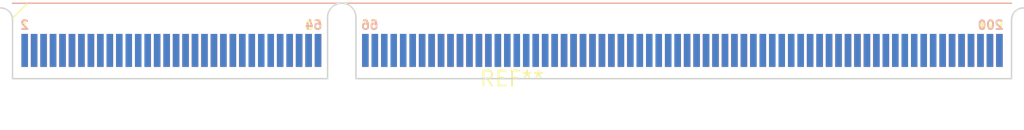
<source format=kicad_pcb>
(kicad_pcb (version 20240108) (generator pcbnew)
  (layers (0 "F.Cu" signal) (31 "B.Cu" signal) (34 "B.Paste" user) (35 "F.Paste" user) (36 "B.SilkS" user "B.Silkscreen") (37 "F.SilkS" user "F.Silkscreen") (38 "B.Mask" user) (39 "F.Mask" user) (44 "Edge.Cuts" user))
  (net 0 "")
  (footprint "Samtec_HSEC8-1100-X-X-DV_2x100_P0.8mm_Wing_Edge" (layer "F.Cu") (at 0 0)
    (property "Reference" "REF**")
    (property "Value" "Samtec_HSEC8-1100-X-X-DV_2x100_P0.8mm_Wing_Edge")
    (fp_line (start -42.225 -6.4) (end -42.225 -6.4) (layer "B.SilkS") (stroke (width 0.12)))
    (fp_line (start -42.225 -6.4) (end 42.225 -6.4) (layer "B.SilkS") (stroke (width 0.12)))
    (fp_line (start -42.225 -5.13) (end -40.955 -6.4) (layer "F.SilkS") (stroke (width 0.12)))
    (fp_line (start -40.955 -6.4) (end 42.225 -6.4) (layer "F.SilkS") (stroke (width 0.12)))
    (fp_line (start -42.225 -5) (end -42.225 0) (layer "Edge.Cuts") (stroke (width 0.12)))
    (fp_line (start -42.225 0) (end -15.595 0) (layer "Edge.Cuts") (stroke (width 0.12)))
    (fp_line (start -15.595 0) (end -15.595 -5.2) (layer "Edge.Cuts") (stroke (width 0.12)))
    (fp_line (start -13.195 -5.2) (end -13.195 0) (layer "Edge.Cuts") (stroke (width 0.12)))
    (fp_line (start -13.195 0) (end 42.225 0) (layer "Edge.Cuts") (stroke (width 0.12)))
    (fp_line (start 42.225 0) (end 42.225 -5) (layer "Edge.Cuts") (stroke (width 0.12)))
    (fp_arc (start -43.225 -6) (mid -42.517893 -5.707107) (end -42.225 -5) (layer "Edge.Cuts") (stroke (width 0.12)))
    (fp_arc (start -15.595 -5.2) (mid -14.395 -6.4) (end -13.195 -5.2) (layer "Edge.Cuts") (stroke (width 0.12)))
    (fp_arc (start 42.225 -5) (mid 42.517893 -5.707107) (end 43.225 -6) (layer "Edge.Cuts") (stroke (width 0.12)))
    (fp_text user "64" (at -16.775 -4.55 0) (layer "B.SilkS") (effects (font (size 0.75 0.75)) (justify mirror)))
    (fp_text user "200" (at 40.45 -4.55 0) (layer "B.SilkS") (effects (font (size 0.75 0.75)) (justify mirror)))
    (fp_text user "66" (at -12.025 -4.55 0) (layer "B.SilkS") (effects (font (size 0.75 0.75)) (justify mirror)))
    (fp_text user "2" (at -41.2 -4.55 0) (layer "B.SilkS") (effects (font (size 0.75 0.75)) (justify mirror)))
    (fp_text user "63" (at -16.775 -4.55 0) (layer "F.SilkS") (effects (font (size 0.75 0.75))))
    (fp_text user "199" (at 40.45 -4.55 0) (layer "F.SilkS") (effects (font (size 0.75 0.75))))
    (fp_text user "65" (at -12.025 -4.55 0) (layer "F.SilkS") (effects (font (size 0.75 0.75))))
    (fp_text user "1" (at -41.2 -4.55 0) (layer "F.SilkS") (effects (font (size 0.75 0.75))))
    (pad "1" connect rect (at -41.2 -2.4) (size 0.55 2.8) (layers "F.Cu" "F.Mask"))
    (pad "2" connect rect (at -41.2 -2.4) (size 0.55 2.8) (layers "B.Cu" "B.Mask"))
    (pad "3" connect rect (at -40.4 -2.4) (size 0.55 2.8) (layers "F.Cu" "F.Mask"))
    (pad "4" connect rect (at -40.4 -2.4) (size 0.55 2.8) (layers "B.Cu" "B.Mask"))
    (pad "5" connect rect (at -39.6 -2.4) (size 0.55 2.8) (layers "F.Cu" "F.Mask"))
    (pad "6" connect rect (at -39.6 -2.4) (size 0.55 2.8) (layers "B.Cu" "B.Mask"))
    (pad "7" connect rect (at -38.8 -2.4) (size 0.55 2.8) (layers "F.Cu" "F.Mask"))
    (pad "8" connect rect (at -38.8 -2.4) (size 0.55 2.8) (layers "B.Cu" "B.Mask"))
    (pad "9" connect rect (at -38 -2.4) (size 0.55 2.8) (layers "F.Cu" "F.Mask"))
    (pad "10" connect rect (at -38 -2.4) (size 0.55 2.8) (layers "B.Cu" "B.Mask"))
    (pad "11" connect rect (at -37.2 -2.4) (size 0.55 2.8) (layers "F.Cu" "F.Mask"))
    (pad "12" connect rect (at -37.2 -2.4) (size 0.55 2.8) (layers "B.Cu" "B.Mask"))
    (pad "13" connect rect (at -36.4 -2.4) (size 0.55 2.8) (layers "F.Cu" "F.Mask"))
    (pad "14" connect rect (at -36.4 -2.4) (size 0.55 2.8) (layers "B.Cu" "B.Mask"))
    (pad "15" connect rect (at -35.6 -2.4) (size 0.55 2.8) (layers "F.Cu" "F.Mask"))
    (pad "16" connect rect (at -35.6 -2.4) (size 0.55 2.8) (layers "B.Cu" "B.Mask"))
    (pad "17" connect rect (at -34.8 -2.4) (size 0.55 2.8) (layers "F.Cu" "F.Mask"))
    (pad "18" connect rect (at -34.8 -2.4) (size 0.55 2.8) (layers "B.Cu" "B.Mask"))
    (pad "19" connect rect (at -34 -2.4) (size 0.55 2.8) (layers "F.Cu" "F.Mask"))
    (pad "20" connect rect (at -34 -2.4) (size 0.55 2.8) (layers "B.Cu" "B.Mask"))
    (pad "21" connect rect (at -33.2 -2.4) (size 0.55 2.8) (layers "F.Cu" "F.Mask"))
    (pad "22" connect rect (at -33.2 -2.4) (size 0.55 2.8) (layers "B.Cu" "B.Mask"))
    (pad "23" connect rect (at -32.4 -2.4) (size 0.55 2.8) (layers "F.Cu" "F.Mask"))
    (pad "24" connect rect (at -32.4 -2.4) (size 0.55 2.8) (layers "B.Cu" "B.Mask"))
    (pad "25" connect rect (at -31.6 -2.4) (size 0.55 2.8) (layers "F.Cu" "F.Mask"))
    (pad "26" connect rect (at -31.6 -2.4) (size 0.55 2.8) (layers "B.Cu" "B.Mask"))
    (pad "27" connect rect (at -30.8 -2.4) (size 0.55 2.8) (layers "F.Cu" "F.Mask"))
    (pad "28" connect rect (at -30.8 -2.4) (size 0.55 2.8) (layers "B.Cu" "B.Mask"))
    (pad "29" connect rect (at -30 -2.4) (size 0.55 2.8) (layers "F.Cu" "F.Mask"))
    (pad "30" connect rect (at -30 -2.4) (size 0.55 2.8) (layers "B.Cu" "B.Mask"))
    (pad "31" connect rect (at -29.2 -2.4) (size 0.55 2.8) (layers "F.Cu" "F.Mask"))
    (pad "32" connect rect (at -29.2 -2.4) (size 0.55 2.8) (layers "B.Cu" "B.Mask"))
    (pad "33" connect rect (at -28.4 -2.4) (size 0.55 2.8) (layers "F.Cu" "F.Mask"))
    (pad "34" connect rect (at -28.4 -2.4) (size 0.55 2.8) (layers "B.Cu" "B.Mask"))
    (pad "35" connect rect (at -27.6 -2.4) (size 0.55 2.8) (layers "F.Cu" "F.Mask"))
    (pad "36" connect rect (at -27.6 -2.4) (size 0.55 2.8) (layers "B.Cu" "B.Mask"))
    (pad "37" connect rect (at -26.8 -2.4) (size 0.55 2.8) (layers "F.Cu" "F.Mask"))
    (pad "38" connect rect (at -26.8 -2.4) (size 0.55 2.8) (layers "B.Cu" "B.Mask"))
    (pad "39" connect rect (at -26 -2.4) (size 0.55 2.8) (layers "F.Cu" "F.Mask"))
    (pad "40" connect rect (at -26 -2.4) (size 0.55 2.8) (layers "B.Cu" "B.Mask"))
    (pad "41" connect rect (at -25.2 -2.4) (size 0.55 2.8) (layers "F.Cu" "F.Mask"))
    (pad "42" connect rect (at -25.2 -2.4) (size 0.55 2.8) (layers "B.Cu" "B.Mask"))
    (pad "43" connect rect (at -24.4 -2.4) (size 0.55 2.8) (layers "F.Cu" "F.Mask"))
    (pad "44" connect rect (at -24.4 -2.4) (size 0.55 2.8) (layers "B.Cu" "B.Mask"))
    (pad "45" connect rect (at -23.6 -2.4) (size 0.55 2.8) (layers "F.Cu" "F.Mask"))
    (pad "46" connect rect (at -23.6 -2.4) (size 0.55 2.8) (layers "B.Cu" "B.Mask"))
    (pad "47" connect rect (at -22.8 -2.4) (size 0.55 2.8) (layers "F.Cu" "F.Mask"))
    (pad "48" connect rect (at -22.8 -2.4) (size 0.55 2.8) (layers "B.Cu" "B.Mask"))
    (pad "49" connect rect (at -22 -2.4) (size 0.55 2.8) (layers "F.Cu" "F.Mask"))
    (pad "50" connect rect (at -22 -2.4) (size 0.55 2.8) (layers "B.Cu" "B.Mask"))
    (pad "51" connect rect (at -21.2 -2.4) (size 0.55 2.8) (layers "F.Cu" "F.Mask"))
    (pad "52" connect rect (at -21.2 -2.4) (size 0.55 2.8) (layers "B.Cu" "B.Mask"))
    (pad "53" connect rect (at -20.4 -2.4) (size 0.55 2.8) (layers "F.Cu" "F.Mask"))
    (pad "54" connect rect (at -20.4 -2.4) (size 0.55 2.8) (layers "B.Cu" "B.Mask"))
    (pad "55" connect rect (at -19.6 -2.4) (size 0.55 2.8) (layers "F.Cu" "F.Mask"))
    (pad "56" connect rect (at -19.6 -2.4) (size 0.55 2.8) (layers "B.Cu" "B.Mask"))
    (pad "57" connect rect (at -18.8 -2.4) (size 0.55 2.8) (layers "F.Cu" "F.Mask"))
    (pad "58" connect rect (at -18.8 -2.4) (size 0.55 2.8) (layers "B.Cu" "B.Mask"))
    (pad "59" connect rect (at -18 -2.4) (size 0.55 2.8) (layers "F.Cu" "F.Mask"))
    (pad "60" connect rect (at -18 -2.4) (size 0.55 2.8) (layers "B.Cu" "B.Mask"))
    (pad "61" connect rect (at -17.2 -2.4) (size 0.55 2.8) (layers "F.Cu" "F.Mask"))
    (pad "62" connect rect (at -17.2 -2.4) (size 0.55 2.8) (layers "B.Cu" "B.Mask"))
    (pad "63" connect rect (at -16.4 -2.4) (size 0.55 2.8) (layers "F.Cu" "F.Mask"))
    (pad "64" connect rect (at -16.4 -2.4) (size 0.55 2.8) (layers "B.Cu" "B.Mask"))
    (pad "65" connect rect (at -12.4 -2.4) (size 0.55 2.8) (layers "F.Cu" "F.Mask"))
    (pad "66" connect rect (at -12.4 -2.4) (size 0.55 2.8) (layers "B.Cu" "B.Mask"))
    (pad "67" connect rect (at -11.6 -2.4) (size 0.55 2.8) (layers "F.Cu" "F.Mask"))
    (pad "68" connect rect (at -11.6 -2.4) (size 0.55 2.8) (layers "B.Cu" "B.Mask"))
    (pad "69" connect rect (at -10.8 -2.4) (size 0.55 2.8) (layers "F.Cu" "F.Mask"))
    (pad "70" connect rect (at -10.8 -2.4) (size 0.55 2.8) (layers "B.Cu" "B.Mask"))
    (pad "71" connect rect (at -10 -2.4) (size 0.55 2.8) (layers "F.Cu" "F.Mask"))
    (pad "72" connect rect (at -10 -2.4) (size 0.55 2.8) (layers "B.Cu" "B.Mask"))
    (pad "73" connect rect (at -9.2 -2.4) (size 0.55 2.8) (layers "F.Cu" "F.Mask"))
    (pad "74" connect rect (at -9.2 -2.4) (size 0.55 2.8) (layers "B.Cu" "B.Mask"))
    (pad "75" connect rect (at -8.4 -2.4) (size 0.55 2.8) (layers "F.Cu" "F.Mask"))
    (pad "76" connect rect (at -8.4 -2.4) (size 0.55 2.8) (layers "B.Cu" "B.Mask"))
    (pad "77" connect rect (at -7.6 -2.4) (size 0.55 2.8) (layers "F.Cu" "F.Mask"))
    (pad "78" connect rect (at -7.6 -2.4) (size 0.55 2.8) (layers "B.Cu" "B.Mask"))
    (pad "79" connect rect (at -6.8 -2.4) (size 0.55 2.8) (layers "F.Cu" "F.Mask"))
    (pad "80" connect rect (at -6.8 -2.4) (size 0.55 2.8) (layers "B.Cu" "B.Mask"))
    (pad "81" connect rect (at -6 -2.4) (size 0.55 2.8) (layers "F.Cu" "F.Mask"))
    (pad "82" connect rect (at -6 -2.4) (size 0.55 2.8) (layers "B.Cu" "B.Mask"))
    (pad "83" connect rect (at -5.2 -2.4) (size 0.55 2.8) (layers "F.Cu" "F.Mask"))
    (pad "84" connect rect (at -5.2 -2.4) (size 0.55 2.8) (layers "B.Cu" "B.Mask"))
    (pad "85" connect rect (at -4.4 -2.4) (size 0.55 2.8) (layers "F.Cu" "F.Mask"))
    (pad "86" connect rect (at -4.4 -2.4) (size 0.55 2.8) (layers "B.Cu" "B.Mask"))
    (pad "87" connect rect (at -3.6 -2.4) (size 0.55 2.8) (layers "F.Cu" "F.Mask"))
    (pad "88" connect rect (at -3.6 -2.4) (size 0.55 2.8) (layers "B.Cu" "B.Mask"))
    (pad "89" connect rect (at -2.8 -2.4) (size 0.55 2.8) (layers "F.Cu" "F.Mask"))
    (pad "90" connect rect (at -2.8 -2.4) (size 0.55 2.8) (layers "B.Cu" "B.Mask"))
    (pad "91" connect rect (at -2 -2.4) (size 0.55 2.8) (layers "F.Cu" "F.Mask"))
    (pad "92" connect rect (at -2 -2.4) (size 0.55 2.8) (layers "B.Cu" "B.Mask"))
    (pad "93" connect rect (at -1.2 -2.4) (size 0.55 2.8) (layers "F.Cu" "F.Mask"))
    (pad "94" connect rect (at -1.2 -2.4) (size 0.55 2.8) (layers "B.Cu" "B.Mask"))
    (pad "95" connect rect (at -0.4 -2.4) (size 0.55 2.8) (layers "F.Cu" "F.Mask"))
    (pad "96" connect rect (at -0.4 -2.4) (size 0.55 2.8) (layers "B.Cu" "B.Mask"))
    (pad "97" connect rect (at 0.4 -2.4) (size 0.55 2.8) (layers "F.Cu" "F.Mask"))
    (pad "98" connect rect (at 0.4 -2.4) (size 0.55 2.8) (layers "B.Cu" "B.Mask"))
    (pad "99" connect rect (at 1.2 -2.4) (size 0.55 2.8) (layers "F.Cu" "F.Mask"))
    (pad "100" connect rect (at 1.2 -2.4) (size 0.55 2.8) (layers "B.Cu" "B.Mask"))
    (pad "101" connect rect (at 2 -2.4) (size 0.55 2.8) (layers "F.Cu" "F.Mask"))
    (pad "102" connect rect (at 2 -2.4) (size 0.55 2.8) (layers "B.Cu" "B.Mask"))
    (pad "103" connect rect (at 2.8 -2.4) (size 0.55 2.8) (layers "F.Cu" "F.Mask"))
    (pad "104" connect rect (at 2.8 -2.4) (size 0.55 2.8) (layers "B.Cu" "B.Mask"))
    (pad "105" connect rect (at 3.6 -2.4) (size 0.55 2.8) (layers "F.Cu" "F.Mask"))
    (pad "106" connect rect (at 3.6 -2.4) (size 0.55 2.8) (layers "B.Cu" "B.Mask"))
    (pad "107" connect rect (at 4.4 -2.4) (size 0.55 2.8) (layers "F.Cu" "F.Mask"))
    (pad "108" connect rect (at 4.4 -2.4) (size 0.55 2.8) (layers "B.Cu" "B.Mask"))
    (pad "109" connect rect (at 5.2 -2.4) (size 0.55 2.8) (layers "F.Cu" "F.Mask"))
    (pad "110" connect rect (at 5.2 -2.4) (size 0.55 2.8) (layers "B.Cu" "B.Mask"))
    (pad "111" connect rect (at 6 -2.4) (size 0.55 2.8) (layers "F.Cu" "F.Mask"))
    (pad "112" connect rect (at 6 -2.4) (size 0.55 2.8) (layers "B.Cu" "B.Mask"))
    (pad "113" connect rect (at 6.8 -2.4) (size 0.55 2.8) (layers "F.Cu" "F.Mask"))
    (pad "114" connect rect (at 6.8 -2.4) (size 0.55 2.8) (layers "B.Cu" "B.Mask"))
    (pad "115" connect rect (at 7.6 -2.4) (size 0.55 2.8) (layers "F.Cu" "F.Mask"))
    (pad "116" connect rect (at 7.6 -2.4) (size 0.55 2.8) (layers "B.Cu" "B.Mask"))
    (pad "117" connect rect (at 8.4 -2.4) (size 0.55 2.8) (layers "F.Cu" "F.Mask"))
    (pad "118" connect rect (at 8.4 -2.4) (size 0.55 2.8) (layers "B.Cu" "B.Mask"))
    (pad "119" connect rect (at 9.2 -2.4) (size 0.55 2.8) (layers "F.Cu" "F.Mask"))
    (pad "120" connect rect (at 9.2 -2.4) (size 0.55 2.8) (layers "B.Cu" "B.Mask"))
    (pad "121" connect rect (at 10 -2.4) (size 0.55 2.8) (layers "F.Cu" "F.Mask"))
    (pad "122" connect rect (at 10 -2.4) (size 0.55 2.8) (layers "B.Cu" "B.Mask"))
    (pad "123" connect rect (at 10.8 -2.4) (size 0.55 2.8) (layers "F.Cu" "F.Mask"))
    (pad "124" connect rect (at 10.8 -2.4) (size 0.55 2.8) (layers "B.Cu" "B.Mask"))
    (pad "125" connect rect (at 11.6 -2.4) (size 0.55 2.8) (layers "F.Cu" "F.Mask"))
    (pad "126" connect rect (at 11.6 -2.4) (size 0.55 2.8) (layers "B.Cu" "B.Mask"))
    (pad "127" connect rect (at 12.4 -2.4) (size 0.55 2.8) (layers "F.Cu" "F.Mask"))
    (pad "128" connect rect (at 12.4 -2.4) (size 0.55 2.8) (layers "B.Cu" "B.Mask"))
    (pad "129" connect rect (at 13.2 -2.4) (size 0.55 2.8) (layers "F.Cu" "F.Mask"))
    (pad "130" connect rect (at 13.2 -2.4) (size 0.55 2.8) (layers "B.Cu" "B.Mask"))
    (pad "131" connect rect (at 14 -2.4) (size 0.55 2.8) (layers "F.Cu" "F.Mask"))
    (pad "132" connect rect (at 14 -2.4) (size 0.55 2.8) (layers "B.Cu" "B.Mask"))
    (pad "133" connect rect (at 14.8 -2.4) (size 0.55 2.8) (layers "F.Cu" "F.Mask"))
    (pad "134" connect rect (at 14.8 -2.4) (size 0.55 2.8) (layers "B.Cu" "B.Mask"))
    (pad "135" connect rect (at 15.6 -2.4) (size 0.55 2.8) (layers "F.Cu" "F.Mask"))
    (pad "136" connect rect (at 15.6 -2.4) (size 0.55 2.8) (layers "B.Cu" "B.Mask"))
    (pad "137" connect rect (at 16.4 -2.4) (size 0.55 2.8) (layers "F.Cu" "F.Mask"))
    (pad "138" connect rect (at 16.4 -2.4) (size 0.55 2.8) (layers "B.Cu" "B.Mask"))
    (pad "139" connect rect (at 17.2 -2.4) (size 0.55 2.8) (layers "F.Cu" "F.Mask"))
    (pad "140" connect rect (at 17.2 -2.4) (size 0.55 2.8) (layers "B.Cu" "B.Mask"))
    (pad "141" connect rect (at 18 -2.4) (size 0.55 2.8) (layers "F.Cu" "F.Mask"))
    (pad "142" connect rect (at 18 -2.4) (size 0.55 2.8) (layers "B.Cu" "B.Mask"))
    (pad "143" connect rect (at 18.8 -2.4) (size 0.55 2.8) (layers "F.Cu" "F.Mask"))
    (pad "144" connect rect (at 18.8 -2.4) (size 0.55 2.8) (layers "B.Cu" "B.Mask"))
    (pad "145" connect rect (at 19.6 -2.4) (size 0.55 2.8) (layers "F.Cu" "F.Mask"))
    (pad "146" connect rect (at 19.6 -2.4) (size 0.55 2.8) (layers "B.Cu" "B.Mask"))
    (pad "147" connect rect (at 20.4 -2.4) (size 0.55 2.8) (layers "F.Cu" "F.Mask"))
    (pad "148" connect rect (at 20.4 -2.4) (size 0.55 2.8) (layers "B.Cu" "B.Mask"))
    (pad "149" connect rect (at 21.2 -2.4) (size 0.55 2.8) (layers "F.Cu" "F.Mask"))
    (pad "150" connect rect (at 21.2 -2.4) (size 0.55 2.8) (layers "B.Cu" "B.Mask"))
    (pad "151" connect rect (at 22 -2.4) (size 0.55 2.8) (layers "F.Cu" "F.Mask"))
    (pad "152" connect rect (at 22 -2.4) (size 0.55 2.8) (layers "B.Cu" "B.Mask"))
    (pad "153" connect rect (at 22.8 -2.4) (size 0.55 2.8) (layers "F.Cu" "F.Mask"))
    (pad "154" connect rect (at 22.8 -2.4) (size 0.55 2.8) (layers "B.Cu" "B.Mask"))
    (pad "155" connect rect (at 23.6 -2.4) (size 0.55 2.8) (layers "F.Cu" "F.Mask"))
    (pad "156" connect rect (at 23.6 -2.4) (size 0.55 2.8) (layers "B.Cu" "B.Mask"))
    (pad "157" connect rect (at 24.4 -2.4) (size 0.55 2.8) (layers "F.Cu" "F.Mask"))
    (pad "158" connect rect (at 24.4 -2.4) (size 0.55 2.8) (layers "B.Cu" "B.Mask"))
    (pad "159" connect rect (at 25.2 -2.4) (size 0.55 2.8) (layers "F.Cu" "F.Mask"))
    (pad "160" connect rect (at 25.2 -2.4) (size 0.55 2.8) (layers "B.Cu" "B.Mask"))
    (pad "161" connect rect (at 26 -2.4) (size 0.55 2.8) (layers "F.Cu" "F.Mask"))
    (pad "162" connect rect (at 26 -2.4) (size 0.55 2.8) (layers "B.Cu" "B.Mask"))
    (pad "163" connect rect (at 26.8 -2.4) (size 0.55 2.8) (layers "F.Cu" "F.Mask"))
    (pad "164" connect rect (at 26.8 -2.4) (size 0.55 2.8) (layers "B.Cu" "B.Mask"))
    (pad "165" connect rect (at 27.6 -2.4) (size 0.55 2.8) (layers "F.Cu" "F.Mask"))
    (pad "166" connect rect (at 27.6 -2.4) (size 0.55 2.8) (layers "B.Cu" "B.Mask"))
    (pad "167" connect rect (at 28.4 -2.4) (size 0.55 2.8) (layers "F.Cu" "F.Mask"))
    (pad "168" connect rect (at 28.4 -2.4) (size 0.55 2.8) (layers "B.Cu" "B.Mask"))
    (pad "169" connect rect (at 29.2 -2.4) (size 0.55 2.8) (layers "F.Cu" "F.Mask"))
    (pad "170" connect rect (at 29.2 -2.4) (size 0.55 2.8) (layers "B.Cu" "B.Mask"))
    (pad "171" connect rect (at 30 -2.4) (size 0.55 2.8) (layers "F.Cu" "F.Mask"))
    (pad "172" connect rect (at 30 -2.4) (size 0.55 2.8) (layers "B.Cu" "B.Mask"))
    (pad "173" connect rect (at 30.8 -2.4) (size 0.55 2.8) (layers "F.Cu" "F.Mask"))
    (pad "174" connect rect (at 30.8 -2.4) (size 0.55 2.8) (layers "B.Cu" "B.Mask"))
    (pad "175" connect rect (at 31.6 -2.4) (size 0.55 2.8) (layers "F.Cu" "F.Mask"))
    (pad "176" connect rect (at 31.6 -2.4) (size 0.55 2.8) (layers "B.Cu" "B.Mask"))
    (pad "177" connect rect (at 32.4 -2.4) (size 0.55 2.8) (layers "F.Cu" "F.Mask"))
    (pad "178" connect rect (at 32.4 -2.4) (size 0.55 2.8) (layers "B.Cu" "B.Mask"))
    (pad "179" connect rect (at 33.2 -2.4) (size 0.55 2.8) (layers "F.Cu" "F.Mask"))
    (pad "180" connect rect (at 33.2 -2.4) (size 0.55 2.8) (layers "B.Cu" "B.Mask"))
    (pad "181" connect rect (at 34 -2.4) (size 0.55 2.8) (layers "F.Cu" "F.Mask"))
    (pad "182" connect rect (at 34 -2.4) (size 0.55 2.8) (layers "B.Cu" "B.Mask"))
    (pad "183" connect rect (at 34.8 -2.4) (size 0.55 2.8) (layers "F.Cu" "F.Mask"))
    (pad "184" connect rect (at 34.8 -2.4) (size 0.55 2.8) (layers "B.Cu" "B.Mask"))
    (pad "185" connect rect (at 35.6 -2.4) (size 0.55 2.8) (layers "F.Cu" "F.Mask"))
    (pad "186" connect rect (at 35.6 -2.4) (size 0.55 2.8) (layers "B.Cu" "B.Mask"))
    (pad "187" connect rect (at 36.4 -2.4) (size 0.55 2.8) (layers "F.Cu" "F.Mask"))
    (pad "188" connect rect (at 36.4 -2.4) (size 0.55 2.8) (layers "B.Cu" "B.Mask"))
    (pad "189" connect rect (at 37.2 -2.4) (size 0.55 2.8) (layers "F.Cu" "F.Mask"))
    (pad "190" connect rect (at 37.2 -2.4) (size 0.55 2.8) (layers "B.Cu" "B.Mask"))
    (pad "191" connect rect (at 38 -2.4) (size 0.55 2.8) (layers "F.Cu" "F.Mask"))
    (pad "192" connect rect (at 38 -2.4) (size 0.55 2.8) (layers "B.Cu" "B.Mask"))
    (pad "193" connect rect (at 38.8 -2.4) (size 0.55 2.8) (layers "F.Cu" "F.Mask"))
    (pad "194" connect rect (at 38.8 -2.4) (size 0.55 2.8) (layers "B.Cu" "B.Mask"))
    (pad "195" connect rect (at 39.6 -2.4) (size 0.55 2.8) (layers "F.Cu" "F.Mask"))
    (pad "196" connect rect (at 39.6 -2.4) (size 0.55 2.8) (layers "B.Cu" "B.Mask"))
    (pad "197" connect rect (at 40.4 -2.4) (size 0.55 2.8) (layers "F.Cu" "F.Mask"))
    (pad "198" connect rect (at 40.4 -2.4) (size 0.55 2.8) (layers "B.Cu" "B.Mask"))
    (pad "199" connect rect (at 41.2 -2.4) (size 0.55 2.8) (layers "F.Cu" "F.Mask"))
    (pad "200" connect rect (at 41.2 -2.4) (size 0.55 2.8) (layers "B.Cu" "B.Mask"))
  )
)
</source>
